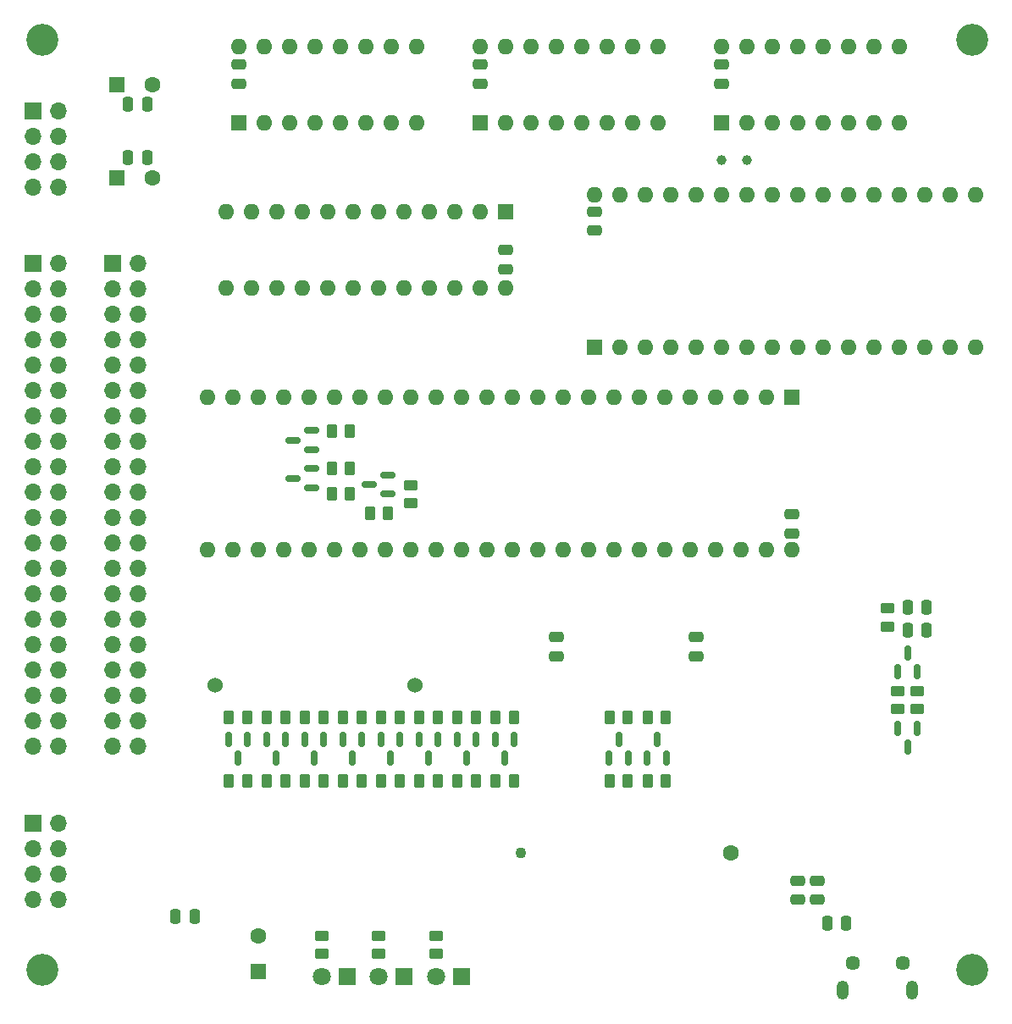
<source format=gbr>
%TF.GenerationSoftware,KiCad,Pcbnew,7.0.0-da2b9df05c~163~ubuntu22.04.1*%
%TF.CreationDate,2023-02-22T18:51:16-05:00*%
%TF.ProjectId,main,6d61696e-2e6b-4696-9361-645f70636258,rev?*%
%TF.SameCoordinates,Original*%
%TF.FileFunction,Soldermask,Bot*%
%TF.FilePolarity,Negative*%
%FSLAX46Y46*%
G04 Gerber Fmt 4.6, Leading zero omitted, Abs format (unit mm)*
G04 Created by KiCad (PCBNEW 7.0.0-da2b9df05c~163~ubuntu22.04.1) date 2023-02-22 18:51:16*
%MOMM*%
%LPD*%
G01*
G04 APERTURE LIST*
G04 Aperture macros list*
%AMRoundRect*
0 Rectangle with rounded corners*
0 $1 Rounding radius*
0 $2 $3 $4 $5 $6 $7 $8 $9 X,Y pos of 4 corners*
0 Add a 4 corners polygon primitive as box body*
4,1,4,$2,$3,$4,$5,$6,$7,$8,$9,$2,$3,0*
0 Add four circle primitives for the rounded corners*
1,1,$1+$1,$2,$3*
1,1,$1+$1,$4,$5*
1,1,$1+$1,$6,$7*
1,1,$1+$1,$8,$9*
0 Add four rect primitives between the rounded corners*
20,1,$1+$1,$2,$3,$4,$5,0*
20,1,$1+$1,$4,$5,$6,$7,0*
20,1,$1+$1,$6,$7,$8,$9,0*
20,1,$1+$1,$8,$9,$2,$3,0*%
G04 Aperture macros list end*
%ADD10C,3.200000*%
%ADD11R,1.700000X1.700000*%
%ADD12O,1.700000X1.700000*%
%ADD13R,1.600000X1.600000*%
%ADD14C,1.600000*%
%ADD15O,1.600000X1.600000*%
%ADD16R,1.800000X1.800000*%
%ADD17C,1.800000*%
%ADD18C,1.100000*%
%ADD19C,1.000000*%
%ADD20C,1.524000*%
%ADD21O,1.200000X1.900000*%
%ADD22C,1.450000*%
%ADD23RoundRect,0.250000X-0.475000X0.250000X-0.475000X-0.250000X0.475000X-0.250000X0.475000X0.250000X0*%
%ADD24RoundRect,0.250000X0.475000X-0.250000X0.475000X0.250000X-0.475000X0.250000X-0.475000X-0.250000X0*%
%ADD25RoundRect,0.250000X-0.250000X-0.475000X0.250000X-0.475000X0.250000X0.475000X-0.250000X0.475000X0*%
%ADD26RoundRect,0.250000X0.262500X0.450000X-0.262500X0.450000X-0.262500X-0.450000X0.262500X-0.450000X0*%
%ADD27RoundRect,0.250000X0.450000X-0.262500X0.450000X0.262500X-0.450000X0.262500X-0.450000X-0.262500X0*%
%ADD28RoundRect,0.250000X0.250000X0.475000X-0.250000X0.475000X-0.250000X-0.475000X0.250000X-0.475000X0*%
%ADD29RoundRect,0.250000X-0.450000X0.262500X-0.450000X-0.262500X0.450000X-0.262500X0.450000X0.262500X0*%
%ADD30RoundRect,0.250000X-0.262500X-0.450000X0.262500X-0.450000X0.262500X0.450000X-0.262500X0.450000X0*%
%ADD31RoundRect,0.150000X-0.150000X0.587500X-0.150000X-0.587500X0.150000X-0.587500X0.150000X0.587500X0*%
%ADD32RoundRect,0.150000X0.150000X-0.587500X0.150000X0.587500X-0.150000X0.587500X-0.150000X-0.587500X0*%
%ADD33RoundRect,0.150000X0.587500X0.150000X-0.587500X0.150000X-0.587500X-0.150000X0.587500X-0.150000X0*%
G04 APERTURE END LIST*
D10*
%TO.C,M1*%
X116500000Y-23500000D03*
%TD*%
%TO.C,M2*%
X116500000Y-116500000D03*
%TD*%
%TO.C,M3*%
X23500000Y-23500000D03*
%TD*%
%TO.C,M4*%
X23500000Y-116500000D03*
%TD*%
D11*
%TO.C,J1*%
X22539999Y-101779999D03*
D12*
X25079999Y-101779999D03*
X22539999Y-104319999D03*
X25079999Y-104319999D03*
X22539999Y-106859999D03*
X25079999Y-106859999D03*
X22539999Y-109399999D03*
X25079999Y-109399999D03*
%TD*%
D11*
%TO.C,J5*%
X22539999Y-30599999D03*
D12*
X25079999Y-30599999D03*
X22539999Y-33139999D03*
X25079999Y-33139999D03*
X22539999Y-35679999D03*
X25079999Y-35679999D03*
X22539999Y-38219999D03*
X25079999Y-38219999D03*
%TD*%
D11*
%TO.C,J2*%
X22539999Y-45869999D03*
D12*
X25079999Y-45869999D03*
X22539999Y-48409999D03*
X25079999Y-48409999D03*
X22539999Y-50949999D03*
X25079999Y-50949999D03*
X22539999Y-53489999D03*
X25079999Y-53489999D03*
X22539999Y-56029999D03*
X25079999Y-56029999D03*
X22539999Y-58569999D03*
X25079999Y-58569999D03*
X22539999Y-61109999D03*
X25079999Y-61109999D03*
X22539999Y-63649999D03*
X25079999Y-63649999D03*
X22539999Y-66189999D03*
X25079999Y-66189999D03*
X22539999Y-68729999D03*
X25079999Y-68729999D03*
X22539999Y-71269999D03*
X25079999Y-71269999D03*
X22539999Y-73809999D03*
X25079999Y-73809999D03*
X22539999Y-76349999D03*
X25079999Y-76349999D03*
X22539999Y-78889999D03*
X25079999Y-78889999D03*
X22539999Y-81429999D03*
X25079999Y-81429999D03*
X22539999Y-83969999D03*
X25079999Y-83969999D03*
X22539999Y-86509999D03*
X25079999Y-86509999D03*
X22539999Y-89049999D03*
X25079999Y-89049999D03*
X22539999Y-91589999D03*
X25079999Y-91589999D03*
X22539999Y-94129999D03*
X25079999Y-94129999D03*
%TD*%
D11*
%TO.C,J3*%
X30539999Y-45869999D03*
D12*
X33079999Y-45869999D03*
X30539999Y-48409999D03*
X33079999Y-48409999D03*
X30539999Y-50949999D03*
X33079999Y-50949999D03*
X30539999Y-53489999D03*
X33079999Y-53489999D03*
X30539999Y-56029999D03*
X33079999Y-56029999D03*
X30539999Y-58569999D03*
X33079999Y-58569999D03*
X30539999Y-61109999D03*
X33079999Y-61109999D03*
X30539999Y-63649999D03*
X33079999Y-63649999D03*
X30539999Y-66189999D03*
X33079999Y-66189999D03*
X30539999Y-68729999D03*
X33079999Y-68729999D03*
X30539999Y-71269999D03*
X33079999Y-71269999D03*
X30539999Y-73809999D03*
X33079999Y-73809999D03*
X30539999Y-76349999D03*
X33079999Y-76349999D03*
X30539999Y-78889999D03*
X33079999Y-78889999D03*
X30539999Y-81429999D03*
X33079999Y-81429999D03*
X30539999Y-83969999D03*
X33079999Y-83969999D03*
X30539999Y-86509999D03*
X33079999Y-86509999D03*
X30539999Y-89049999D03*
X33079999Y-89049999D03*
X30539999Y-91589999D03*
X33079999Y-91589999D03*
X30539999Y-94129999D03*
X33079999Y-94129999D03*
%TD*%
D13*
%TO.C,C4*%
X30999999Y-27999999D03*
D14*
X34500000Y-28000000D03*
%TD*%
D13*
%TO.C,C1*%
X30999999Y-37299999D03*
D14*
X34500000Y-37300000D03*
%TD*%
D13*
%TO.C,U2*%
X91439999Y-31749999D03*
D15*
X93979999Y-31749999D03*
X96519999Y-31749999D03*
X99059999Y-31749999D03*
X101599999Y-31749999D03*
X104139999Y-31749999D03*
X106679999Y-31749999D03*
X109219999Y-31749999D03*
X109219999Y-24129999D03*
X106679999Y-24129999D03*
X104139999Y-24129999D03*
X101599999Y-24129999D03*
X99059999Y-24129999D03*
X96519999Y-24129999D03*
X93979999Y-24129999D03*
X91439999Y-24129999D03*
%TD*%
D13*
%TO.C,C9*%
X45084999Y-116587699D03*
D14*
X45085000Y-113087700D03*
%TD*%
D16*
%TO.C,D1*%
X65409999Y-117117499D03*
D17*
X62870000Y-117117500D03*
%TD*%
D13*
%TO.C,U5*%
X98469999Y-59249999D03*
D15*
X95929999Y-59249999D03*
X93389999Y-59249999D03*
X90849999Y-59249999D03*
X88309999Y-59249999D03*
X85769999Y-59249999D03*
X83229999Y-59249999D03*
X80689999Y-59249999D03*
X78149999Y-59249999D03*
X75609999Y-59249999D03*
X73069999Y-59249999D03*
X70529999Y-59249999D03*
X67989999Y-59249999D03*
X65449999Y-59249999D03*
X62909999Y-59249999D03*
X60369999Y-59249999D03*
X57829999Y-59249999D03*
X55289999Y-59249999D03*
X52749999Y-59249999D03*
X50209999Y-59249999D03*
X47669999Y-59249999D03*
X45129999Y-59249999D03*
X42589999Y-59249999D03*
X40049999Y-59249999D03*
X40049999Y-74489999D03*
X42589999Y-74489999D03*
X45129999Y-74489999D03*
X47669999Y-74489999D03*
X50209999Y-74489999D03*
X52749999Y-74489999D03*
X55289999Y-74489999D03*
X57829999Y-74489999D03*
X60369999Y-74489999D03*
X62909999Y-74489999D03*
X65449999Y-74489999D03*
X67989999Y-74489999D03*
X70529999Y-74489999D03*
X73069999Y-74489999D03*
X75609999Y-74489999D03*
X78149999Y-74489999D03*
X80689999Y-74489999D03*
X83229999Y-74489999D03*
X85769999Y-74489999D03*
X88309999Y-74489999D03*
X90849999Y-74489999D03*
X93389999Y-74489999D03*
X95929999Y-74489999D03*
X98469999Y-74489999D03*
%TD*%
D16*
%TO.C,D2*%
X59689999Y-117117499D03*
D17*
X57150000Y-117117500D03*
%TD*%
D18*
%TO.C,J9*%
X71370000Y-104775000D03*
D14*
X92370000Y-104775000D03*
%TD*%
D19*
%TO.C,Y1*%
X93970000Y-35500000D03*
X91430000Y-35500000D03*
%TD*%
D13*
%TO.C,U7*%
X67309999Y-31749999D03*
D15*
X69849999Y-31749999D03*
X72389999Y-31749999D03*
X74929999Y-31749999D03*
X77469999Y-31749999D03*
X80009999Y-31749999D03*
X82549999Y-31749999D03*
X85089999Y-31749999D03*
X85089999Y-24129999D03*
X82549999Y-24129999D03*
X80009999Y-24129999D03*
X77469999Y-24129999D03*
X74929999Y-24129999D03*
X72389999Y-24129999D03*
X69849999Y-24129999D03*
X67309999Y-24129999D03*
%TD*%
D20*
%TO.C,BT1*%
X60800000Y-88000000D03*
X40800000Y-88000000D03*
%TD*%
D13*
%TO.C,U6*%
X78739999Y-54239999D03*
D15*
X81279999Y-54239999D03*
X83819999Y-54239999D03*
X86359999Y-54239999D03*
X88899999Y-54239999D03*
X91439999Y-54239999D03*
X93979999Y-54239999D03*
X96519999Y-54239999D03*
X99059999Y-54239999D03*
X101599999Y-54239999D03*
X104139999Y-54239999D03*
X106679999Y-54239999D03*
X109219999Y-54239999D03*
X111759999Y-54239999D03*
X114299999Y-54239999D03*
X116839999Y-54239999D03*
X116839999Y-38999999D03*
X114299999Y-38999999D03*
X111759999Y-38999999D03*
X109219999Y-38999999D03*
X106679999Y-38999999D03*
X104139999Y-38999999D03*
X101599999Y-38999999D03*
X99059999Y-38999999D03*
X96519999Y-38999999D03*
X93979999Y-38999999D03*
X91439999Y-38999999D03*
X88899999Y-38999999D03*
X86359999Y-38999999D03*
X83819999Y-38999999D03*
X81279999Y-38999999D03*
X78739999Y-38999999D03*
%TD*%
D13*
%TO.C,U8*%
X69849999Y-40639999D03*
D15*
X67309999Y-40639999D03*
X64769999Y-40639999D03*
X62229999Y-40639999D03*
X59689999Y-40639999D03*
X57149999Y-40639999D03*
X54609999Y-40639999D03*
X52069999Y-40639999D03*
X49529999Y-40639999D03*
X46989999Y-40639999D03*
X44449999Y-40639999D03*
X41909999Y-40639999D03*
X41909999Y-48259999D03*
X44449999Y-48259999D03*
X46989999Y-48259999D03*
X49529999Y-48259999D03*
X52069999Y-48259999D03*
X54609999Y-48259999D03*
X57149999Y-48259999D03*
X59689999Y-48259999D03*
X62229999Y-48259999D03*
X64769999Y-48259999D03*
X67309999Y-48259999D03*
X69849999Y-48259999D03*
%TD*%
D21*
%TO.C,J7*%
X103499999Y-118487499D03*
D22*
X104500000Y-115787500D03*
X109500000Y-115787500D03*
D21*
X110499999Y-118487499D03*
%TD*%
D13*
%TO.C,U3*%
X43179999Y-31749999D03*
D15*
X45719999Y-31749999D03*
X48259999Y-31749999D03*
X50799999Y-31749999D03*
X53339999Y-31749999D03*
X55879999Y-31749999D03*
X58419999Y-31749999D03*
X60959999Y-31749999D03*
X60959999Y-24129999D03*
X58419999Y-24129999D03*
X55879999Y-24129999D03*
X53339999Y-24129999D03*
X50799999Y-24129999D03*
X48259999Y-24129999D03*
X45719999Y-24129999D03*
X43179999Y-24129999D03*
%TD*%
D16*
%TO.C,D3*%
X53979999Y-117117499D03*
D17*
X51440000Y-117117500D03*
%TD*%
D23*
%TO.C,C12*%
X91440000Y-25974000D03*
X91440000Y-27874000D03*
%TD*%
D24*
%TO.C,C13*%
X98425000Y-72832000D03*
X98425000Y-70932000D03*
%TD*%
%TO.C,C14*%
X88900000Y-85090000D03*
X88900000Y-83190000D03*
%TD*%
%TO.C,C18*%
X74930000Y-85090000D03*
X74930000Y-83190000D03*
%TD*%
D25*
%TO.C,C2*%
X32103900Y-29933000D03*
X34003900Y-29933000D03*
%TD*%
%TO.C,C3*%
X32103900Y-35287200D03*
X34003900Y-35287200D03*
%TD*%
D26*
%TO.C,R19*%
X54256500Y-62611000D03*
X52431500Y-62611000D03*
%TD*%
%TO.C,R14*%
X54252500Y-68900000D03*
X52427500Y-68900000D03*
%TD*%
%TO.C,R15*%
X54252500Y-66360000D03*
X52427500Y-66360000D03*
%TD*%
D27*
%TO.C,R18*%
X60325000Y-69812500D03*
X60325000Y-67987500D03*
%TD*%
D25*
%TO.C,C19*%
X110000000Y-82500000D03*
X111900000Y-82500000D03*
%TD*%
D27*
%TO.C,R11*%
X108000000Y-82162500D03*
X108000000Y-80337500D03*
%TD*%
D28*
%TO.C,C6*%
X38730000Y-111125000D03*
X36830000Y-111125000D03*
%TD*%
%TO.C,C8*%
X111900000Y-80250000D03*
X110000000Y-80250000D03*
%TD*%
D27*
%TO.C,R12*%
X111000000Y-90412500D03*
X111000000Y-88587500D03*
%TD*%
D29*
%TO.C,R13*%
X109000000Y-88587500D03*
X109000000Y-90412500D03*
%TD*%
D30*
%TO.C,R17*%
X53594000Y-91186000D03*
X55419000Y-91186000D03*
%TD*%
D23*
%TO.C,C15*%
X99000000Y-107550000D03*
X99000000Y-109450000D03*
%TD*%
D28*
%TO.C,C17*%
X103860000Y-111760000D03*
X101960000Y-111760000D03*
%TD*%
D23*
%TO.C,C16*%
X101000000Y-107550000D03*
X101000000Y-109450000D03*
%TD*%
D24*
%TO.C,C20*%
X69850000Y-46416000D03*
X69850000Y-44516000D03*
%TD*%
D23*
%TO.C,C22*%
X43180000Y-25974000D03*
X43180000Y-27874000D03*
%TD*%
%TO.C,C24*%
X67310000Y-25974000D03*
X67310000Y-27874000D03*
%TD*%
D26*
%TO.C,R20*%
X58062500Y-70805000D03*
X56237500Y-70805000D03*
%TD*%
D31*
%TO.C,Q2*%
X42126500Y-93423500D03*
X44026500Y-93423500D03*
X43076500Y-95298500D03*
%TD*%
D30*
%TO.C,R24*%
X68834000Y-97536000D03*
X70659000Y-97536000D03*
%TD*%
D32*
%TO.C,Q10*%
X110950000Y-86687500D03*
X109050000Y-86687500D03*
X110000000Y-84812500D03*
%TD*%
D33*
%TO.C,Q9*%
X50467500Y-62550000D03*
X50467500Y-64450000D03*
X48592500Y-63500000D03*
%TD*%
D32*
%TO.C,Q5*%
X85889500Y-95298500D03*
X83989500Y-95298500D03*
X84939500Y-93423500D03*
%TD*%
D31*
%TO.C,Q7*%
X109050000Y-92312500D03*
X110950000Y-92312500D03*
X110000000Y-94187500D03*
%TD*%
D30*
%TO.C,R3*%
X42164000Y-97536000D03*
X43989000Y-97536000D03*
%TD*%
D26*
%TO.C,R1*%
X82042000Y-91186000D03*
X80217000Y-91186000D03*
%TD*%
D31*
%TO.C,Q3*%
X45936500Y-93423500D03*
X47836500Y-93423500D03*
X46886500Y-95298500D03*
%TD*%
D26*
%TO.C,R2*%
X82042000Y-97536000D03*
X80217000Y-97536000D03*
%TD*%
D31*
%TO.C,Q12*%
X58316500Y-95298500D03*
X59266500Y-93423500D03*
X57366500Y-93423500D03*
%TD*%
D29*
%TO.C,R31*%
X51435000Y-113030000D03*
X51435000Y-114855000D03*
%TD*%
D26*
%TO.C,R22*%
X63039000Y-97536000D03*
X61214000Y-97536000D03*
%TD*%
D31*
%TO.C,Q11*%
X53556500Y-93423500D03*
X55456500Y-93423500D03*
X54506500Y-95298500D03*
%TD*%
D26*
%TO.C,R9*%
X85852000Y-97536000D03*
X84027000Y-97536000D03*
%TD*%
D30*
%TO.C,R6*%
X45974000Y-91186000D03*
X47799000Y-91186000D03*
%TD*%
D26*
%TO.C,R21*%
X59229000Y-97536000D03*
X57404000Y-97536000D03*
%TD*%
D30*
%TO.C,R16*%
X49784000Y-91186000D03*
X51609000Y-91186000D03*
%TD*%
%TO.C,R25*%
X57404000Y-91186000D03*
X59229000Y-91186000D03*
%TD*%
%TO.C,R28*%
X68834000Y-91186000D03*
X70659000Y-91186000D03*
%TD*%
D29*
%TO.C,R30*%
X57150000Y-113030000D03*
X57150000Y-114855000D03*
%TD*%
D23*
%TO.C,C10*%
X78740000Y-40645000D03*
X78740000Y-42545000D03*
%TD*%
D30*
%TO.C,R27*%
X65024000Y-91186000D03*
X66849000Y-91186000D03*
%TD*%
D31*
%TO.C,Q13*%
X61176500Y-93423500D03*
X63076500Y-93423500D03*
X62126500Y-95298500D03*
%TD*%
D29*
%TO.C,R29*%
X62865000Y-113030000D03*
X62865000Y-114855000D03*
%TD*%
D30*
%TO.C,R5*%
X45974000Y-97536000D03*
X47799000Y-97536000D03*
%TD*%
%TO.C,R23*%
X65024000Y-97536000D03*
X66849000Y-97536000D03*
%TD*%
D31*
%TO.C,Q14*%
X64986500Y-93423500D03*
X66886500Y-93423500D03*
X65936500Y-95298500D03*
%TD*%
%TO.C,Q4*%
X49746500Y-93423500D03*
X51646500Y-93423500D03*
X50696500Y-95298500D03*
%TD*%
D33*
%TO.C,Q8*%
X58087500Y-66995000D03*
X58087500Y-68895000D03*
X56212500Y-67945000D03*
%TD*%
D30*
%TO.C,R4*%
X42164000Y-91186000D03*
X43989000Y-91186000D03*
%TD*%
D26*
%TO.C,R10*%
X85852000Y-91186000D03*
X84027000Y-91186000D03*
%TD*%
D30*
%TO.C,R7*%
X49784000Y-97536000D03*
X51609000Y-97536000D03*
%TD*%
D32*
%TO.C,Q1*%
X82079500Y-95298500D03*
X80179500Y-95298500D03*
X81129500Y-93423500D03*
%TD*%
D33*
%TO.C,Q6*%
X50467500Y-66360000D03*
X50467500Y-68260000D03*
X48592500Y-67310000D03*
%TD*%
D31*
%TO.C,Q15*%
X68796500Y-93423500D03*
X70696500Y-93423500D03*
X69746500Y-95298500D03*
%TD*%
D30*
%TO.C,R8*%
X53594000Y-97536000D03*
X55419000Y-97536000D03*
%TD*%
%TO.C,R26*%
X61214000Y-91186000D03*
X63039000Y-91186000D03*
%TD*%
M02*

</source>
